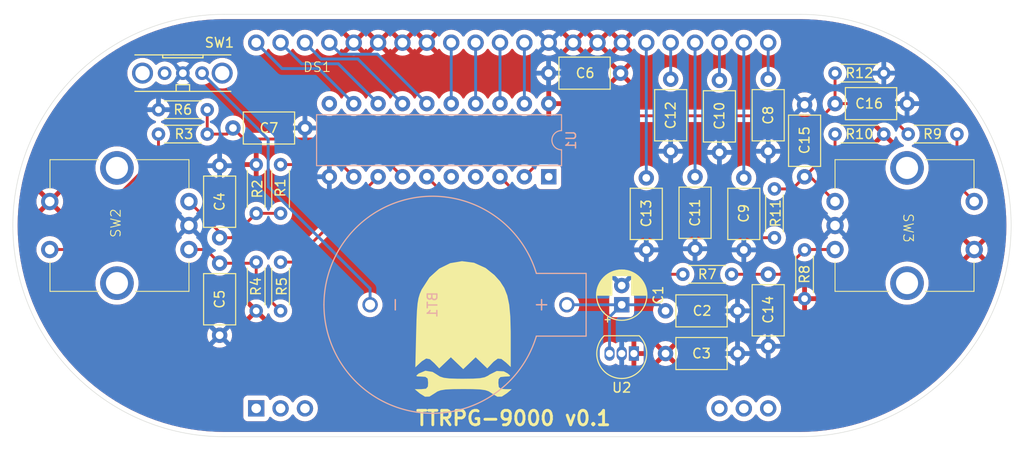
<source format=kicad_pcb>
(kicad_pcb (version 20240108) (generator "pcbnew") (generator_version "8.0")
  (layers (0 "F.Cu" signal) (31 "B.Cu" signal) (34 "B.Paste" user) (35 "F.Paste" user) (36 "B.SilkS" user "B.Silkscreen") (37 "F.SilkS" user "F.Silkscreen") (38 "B.Mask" user) (39 "F.Mask" user) (44 "Edge.Cuts" user))
  (net 0 "")
  (net 1 "GND")
  (net 2 "+6V")
  (net 3 "+3V3")
  (net 4 "Net-(C4-Pad1)")
  (net 5 "Net-(C5-Pad2)")
  (net 6 "Net-(U1-PD3)")
  (net 7 "Net-(DS1-VOUT)")
  (net 8 "Net-(DS1-V0)")
  (net 9 "Net-(DS1-V1)")
  (net 10 "Net-(DS1-V2)")
  (net 11 "Net-(DS1-V3)")
  (net 12 "Net-(DS1-V4)")
  (net 13 "Net-(C14-Pad1)")
  (net 14 "Net-(C15-Pad2)")
  (net 15 "Net-(U1-PD0)")
  (net 16 "Net-(U1-PD5)")
  (net 17 "Net-(R3-Pad1)")
  (net 18 "Net-(U1-PD4)")
  (net 19 "Net-(U1-PD2)")
  (net 20 "Net-(R9-Pad1)")
  (net 21 "Net-(U1-PD1)")
  (net 22 "Net-(BT1--)")
  (net 23 "Net-(DS1-~{RESET})")
  (net 24 "Net-(DS1-D6)")
  (net 25 "Net-(DS1-D5)")
  (net 26 "Net-(DS1-D4)")
  (net 28 "Net-(DS1-R{slash}~{W})")
  (net 29 "Net-(DS1-RS)")
  (net 32 "Net-(DS1-E)")
  (net 33 "Net-(DS1-D7)")
  (footprint "Capacitor_THT:C_Axial_L5.1mm_D3.1mm_P7.50mm_Horizontal" (layer "F.Cu") (at 158.75 87.63 -90)
    (property "Reference" "C11" (at 3.75 0 90) (layer "F.SilkS"))
    (property "Value" "1u")
    (pad "1" thru_hole circle (at 0 0 270) (size 1.6 1.6) (drill 0.8) (layers "*.Cu" "*.Mask") (net 10 "Net-(DS1-V2)"))
    (pad "2" thru_hole oval (at 7.5 0 270) (size 1.6 1.6) (drill 0.8) (layers "*.Cu" "*.Mask") (net 1 "GND"))
  )
  (footprint "Resistor_THT:R_Axial_DIN0204_L3.6mm_D1.6mm_P5.08mm_Horizontal" (layer "F.Cu") (at 102.85 83.185)
    (property "Reference" "R3" (at 2.656 0 0) (layer "F.SilkS"))
    (property "Value" "20k")
    (pad "1" thru_hole circle (at 0 0) (size 1.4 1.4) (drill 0.7) (layers "*.Cu" "*.Mask") (net 17 "Net-(R3-Pad1)"))
    (pad "2" thru_hole oval (at 5.08 0) (size 1.4 1.4) (drill 0.7) (layers "*.Cu" "*.Mask") (net 6 "Net-(U1-PD3)"))
  )
  (footprint "Resistor_THT:R_Axial_DIN0204_L3.6mm_D1.6mm_P5.08mm_Horizontal" (layer "F.Cu") (at 173.335 76.835)
    (property "Reference" "R12" (at 2.54 0 0) (layer "F.SilkS"))
    (property "Value" "1M")
    (pad "1" thru_hole circle (at 0 0) (size 1.4 1.4) (drill 0.7) (layers "*.Cu" "*.Mask") (net 15 "Net-(U1-PD0)"))
    (pad "2" thru_hole oval (at 5.08 0) (size 1.4 1.4) (drill 0.7) (layers "*.Cu" "*.Mask") (net 1 "GND"))
  )
  (footprint "Capacitor_THT:C_Axial_L5.1mm_D3.1mm_P7.50mm_Horizontal" (layer "F.Cu") (at 153.67 87.75 -90)
    (property "Reference" "C13" (at 3.69 0 90) (layer "F.SilkS"))
    (property "Value" "1u")
    (pad "1" thru_hole circle (at 0 0 270) (size 1.6 1.6) (drill 0.8) (layers "*.Cu" "*.Mask") (net 12 "Net-(DS1-V4)"))
    (pad "2" thru_hole oval (at 7.5 0 270) (size 1.6 1.6) (drill 0.8) (layers "*.Cu" "*.Mask") (net 1 "GND"))
  )
  (footprint "Capacitor_THT:C_Axial_L5.1mm_D3.1mm_P7.50mm_Horizontal" (layer "F.Cu") (at 109.22 93.98 90)
    (property "Reference" "C4" (at 3.75 0 -90) (layer "F.SilkS"))
    (property "Value" "0.01u")
    (pad "1" thru_hole circle (at 0 0 90) (size 1.6 1.6) (drill 0.8) (layers "*.Cu" "*.Mask") (net 4 "Net-(C4-Pad1)"))
    (pad "2" thru_hole oval (at 7.5 0 90) (size 1.6 1.6) (drill 0.8) (layers "*.Cu" "*.Mask") (net 1 "GND"))
  )
  (footprint "Capacitor_THT:C_Axial_L5.1mm_D3.1mm_P7.50mm_Horizontal" (layer "F.Cu") (at 170.16 80.13 -90)
    (property "Reference" "C15" (at 3.69 0 90) (layer "F.SilkS"))
    (property "Value" "0.01u")
    (pad "1" thru_hole circle (at 0 0 270) (size 1.6 1.6) (drill 0.8) (layers "*.Cu" "*.Mask") (net 1 "GND"))
    (pad "2" thru_hole oval (at 7.5 0 270) (size 1.6 1.6) (drill 0.8) (layers "*.Cu" "*.Mask") (net 14 "Net-(C15-Pad2)"))
  )
  (footprint "Project:PEC12R-4xxxF-Nxxxx" (layer "F.Cu") (at 106.025 92.71 90)
    (property "Reference" "SW2" (at 0.254 -7.62 90) (layer "F.SilkS") (effects (font (thickness 0.1))))
    (property "Value" "RotaryEncoder_Switch")
    (pad "" np_thru_hole circle (at -6 -7.5 90) (size 3.5 3.5) (drill 2.3) (layers "F&B.Cu" "*.Mask"))
    (pad "" np_thru_hole circle (at 6 -7.5 90) (size 3.5 3.5) (drill 2.3) (layers "F&B.Cu" "*.Mask"))
    (pad "A" thru_hole circle (at -2.5 0 90) (size 1.8 1.8) (drill 1) (layers "*.Cu" "*.Mask") (net 5 "Net-(C5-Pad2)"))
    (pad "B" thru_hole circle (at 2.5 0 90) (size 1.8 1.8) (drill 1) (layers "*.Cu" "*.Mask") (net 4 "Net-(C4-Pad1)"))
    (pad "C" thru_hole circle (at 0 0 90) (size 1.8 1.8) (drill 1) (layers "*.Cu" "*.Mask") (net 1 "GND"))
    (pad "S1" thru_hole circle (at -2.5 -14.5 90) (size 1.8 1.8) (drill 1) (layers "*.Cu" "*.Mask") (net 17 "Net-(R3-Pad1)"))
    (pad "S2" thru_hole circle (at 2.5 -14.5 90) (size 1.8 1.8) (drill 1) (layers "*.Cu" "*.Mask") (net 3 "+3V3"))
  )
  (footprint "Capacitor_THT:C_Axial_L5.1mm_D3.1mm_P7.50mm_Horizontal" (layer "F.Cu") (at 150.99 76.835 180)
    (property "Reference" "C6" (at 3.69 0 180) (layer "F.SilkS"))
    (property "Value" "1u")
    (pad "1" thru_hole circle (at 0 0 180) (size 1.6 1.6) (drill 0.8) (layers "*.Cu" "*.Mask") (net 3 "+3V3"))
    (pad "2" thru_hole oval (at 7.5 0 180) (size 1.6 1.6) (drill 0.8) (layers "*.Cu" "*.Mask") (net 1 "GND"))
  )
  (footprint "Resistor_THT:R_Axial_DIN0204_L3.6mm_D1.6mm_P5.08mm_Horizontal" (layer "F.Cu") (at 113.03 101.6 90)
    (property "Reference" "R4" (at 2.54 -0.02 -90) (layer "F.SilkS"))
    (property "Value" "10k")
    (pad "1" thru_hole circle (at 0 0 90) (size 1.4 1.4) (drill 0.7) (layers "*.Cu" "*.Mask") (net 3 "+3V3"))
    (pad "2" thru_hole oval (at 5.08 0 90) (size 1.4 1.4) (drill 0.7) (layers "*.Cu" "*.Mask") (net 5 "Net-(C5-Pad2)"))
  )
  (footprint "Resistor_THT:R_Axial_DIN0204_L3.6mm_D1.6mm_P5.08mm_Horizontal" (layer "F.Cu") (at 178.415 83.185 180)
    (property "Reference" "R10" (at 2.54 0 180) (layer "F.SilkS"))
    (property "Value" "10k")
    (pad "1" thru_hole circle (at 0 0 180) (size 1.4 1.4) (drill 0.7) (layers "*.Cu" "*.Mask") (net 3 "+3V3"))
    (pad "2" thru_hole oval (at 5.08 0 180) (size 1.4 1.4) (drill 0.7) (layers "*.Cu" "*.Mask") (net 14 "Net-(C15-Pad2)"))
  )
  (footprint "Resistor_THT:R_Axial_DIN0204_L3.6mm_D1.6mm_P5.08mm_Horizontal" (layer "F.Cu") (at 115.57 101.6 90)
    (property "Reference" "R5" (at 2.54 0.127 -90) (layer "F.SilkS"))
    (property "Value" "10k")
    (pad "1" thru_hole circle (at 0 0 90) (size 1.4 1.4) (drill 0.7) (layers "*.Cu" "*.Mask") (net 5 "Net-(C5-Pad2)"))
    (pad "2" thru_hole oval (at 5.08 0 90) (size 1.4 1.4) (drill 0.7) (layers "*.Cu" "*.Mask") (net 18 "Net-(U1-PD4)"))
  )
  (footprint "Capacitor_THT:C_Axial_L5.1mm_D3.1mm_P7.50mm_Horizontal" (layer "F.Cu") (at 166.37 97.79 -90)
    (property "Reference" "C14" (at 3.69 0 90) (layer "F.SilkS"))
    (property "Value" "0.01u")
    (pad "1" thru_hole circle (at 0 0 270) (size 1.6 1.6) (drill 0.8) (layers "*.Cu" "*.Mask") (net 13 "Net-(C14-Pad1)"))
    (pad "2" thru_hole oval (at 7.5 0 270) (size 1.6 1.6) (drill 0.8) (layers "*.Cu" "*.Mask") (net 1 "GND"))
  )
  (footprint "Project:OS102011MA1Q" (layer "F.Cu") (at 105.39 76.835 180)
    (property "Reference" "SW1" (at -3.81 3.175 180) (layer "F.SilkS"))
    (property "Value" "SW_SPDT")
    (pad "" np_thru_hole circle (at -4.1 0 180) (size 2.1844 2.1844) (drill 1.5) (layers "F&B.Cu" "*.Mask"))
    (pad "" np_thru_hole circle (at 4.2 0 180) (size 2.1844 2.1844) (drill 1.5) (layers "F&B.Cu" "*.Mask"))
    (pad "1" thru_hole circle (at -2 0 180) (size 1.4224 1.4224) (drill 0.8) (layers "*.Cu" "*.Mask") (net 22 "Net-(BT1--)"))
    (pad "2" thru_hole circle (at 0 0 180) (size 1.4224 1.4224) (drill 0.8) (layers "*.Cu" "*.Mask") (net 1 "GND"))
    (pad "3" thru_hole circle (at 1.9 0 180) (size 1.4224 1.4224) (drill 0.8) (layers "*.Cu" "*.Mask"))
  )
  (footprint "Capacitor_THT:C_Axial_L5.1mm_D3.1mm_P7.50mm_Horizontal" (layer "F.Cu") (at 156.21 77.47 -90)
    (property "Reference" "C12" (at 3.75 0 90) (layer "F.SilkS"))
    (property "Value" "1u")
    (pad "1" thru_hole circle (at 0 0 270) (size 1.6 1.6) (drill 0.8) (layers "*.Cu" "*.Mask") (net 11 "Net-(DS1-V3)"))
    (pad "2" thru_hole oval (at 7.5 0 270) (size 1.6 1.6) (drill 0.8) (layers "*.Cu" "*.Mask") (net 1 "GND"))
  )
  (footprint "Capacitor_THT:C_Axial_L5.1mm_D3.1mm_P7.50mm_Horizontal" (layer "F.Cu") (at 109.22 104.14 90)
    (property "Reference" "C5" (at 3.75 0 -90) (layer "F.SilkS"))
    (property "Value" "0.01u")
    (pad "1" thru_hole circle (at 0 0 90) (size 1.6 1.6) (drill 0.8) (layers "*.Cu" "*.Mask") (net 1 "GND"))
    (pad "2" thru_hole oval (at 7.5 0 90) (size 1.6 1.6) (drill 0.8) (layers "*.Cu" "*.Mask") (net 5 "Net-(C5-Pad2)"))
  )
  (footprint "Resistor_THT:R_Axial_DIN0204_L3.6mm_D1.6mm_P5.08mm_Horizontal" (layer "F.Cu") (at 113.03 91.44 90)
    (property "Reference" "R2" (at 2.54 0.127 -90) (layer "F.SilkS"))
    (property "Value" "10k")
    (pad "1" thru_hole circle (at 0 0 90) (size 1.4 1.4) (drill 0.7) (layers "*.Cu" "*.Mask") (net 4 "Net-(C4-Pad1)"))
    (pad "2" thru_hole oval (at 5.08 0 90) (size 1.4 1.4) (drill 0.7) (layers "*.Cu" "*.Mask") (net 3 "+3V3"))
  )
  (footprint "Capacitor_THT:C_Axial_L5.1mm_D3.1mm_P7.50mm_Horizontal" (layer "F.Cu") (at 161.29 77.59 -90)
    (property "Reference" "C10" (at 3.69 0 90) (layer "F.SilkS"))
    (property "Value" "1u")
    (pad "1" thru_hole circle (at 0 0 270) (size 1.6 1.6) (drill 0.8) (layers "*.Cu" "*.Mask") (net 9 "Net-(DS1-V1)"))
    (pad "2" thru_hole oval (at 7.5 0 270) (size 1.6 1.6) (drill 0.8) (layers "*.Cu" "*.Mask") (net 1 "GND"))
  )
  (footprint "Resistor_THT:R_Axial_DIN0204_L3.6mm_D1.6mm_P5.08mm_Horizontal" (layer "F.Cu") (at 167.022297 88.9 -90)
    (property "Reference" "R11" (at 2.54 -0.127 90) (layer "F.SilkS"))
    (property "Value" "10k")
    (pad "1" thru_hole circle (at 0 0 270) (size 1.4 1.4) (drill 0.7) (layers "*.Cu" "*.Mask") (net 14 "Net-(C15-Pad2)"))
    (pad "2" thru_hole oval (at 5.08 0 270) (size 1.4 1.4) (drill 0.7) (layers "*.Cu" "*.Mask") (net 21 "Net-(U1-PD1)"))
  )
  (footprint "Capacitor_THT:CP_Radial_D5.0mm_P2.00mm" (layer "F.Cu") (at 151.11 100.965 90)
    (property "Reference" "C1" (at 1 3.81 -90) (layer "F.SilkS"))
    (property "Value" "47u")
    (pad "1" thru_hole rect (at 0 0 90) (size 1.6 1.6) (drill 0.8) (layers "*.Cu" "*.Mask") (net 2 "+6V"))
    (pad "2" thru_hole circle (at 2 0 90) (size 1.6 1.6) (drill 0.8) (layers "*.Cu" "*.Mask") (net 1 "GND"))
  )
  (footprint "Capacitor_THT:C_Axial_L5.1mm_D3.1mm_P7.50mm_Horizontal" (layer "F.Cu") (at 110.61 82.55)
    (property "Reference" "C7" (at 3.75 0 0) (layer "F.SilkS"))
    (property "Value" "0.01u")
    (pad "1" thru_hole circle (at 0 0) (size 1.6 1.6) (drill 0.8) (layers "*.Cu" "*.Mask") (net 6 "Net-(U1-PD3)"))
    (pad "2" thru_hole oval (at 7.5 0) (size 1.6 1.6) (drill 0.8) (layers "*.Cu" "*.Mask") (net 1 "GND"))
  )
  (footprint "Capacitor_THT:C_Axial_L5.1mm_D3.1mm_P7.50mm_Horizontal" (layer "F.Cu") (at 166.37 77.47 -90)
    (property "Reference" "C8" (at 3.75 0 90) (layer "F.SilkS"))
    (property "Value" "1u")
    (pad "1" thru_hole circle (at 0 0 270) (size 1.6 1.6) (drill 0.8) (layers "*.Cu" "*.Mask") (net 7 "Net-(DS1-VOUT)"))
    (pad "2" thru_hole oval (at 7.5 0 270) (size 1.6 1.6) (drill 0.8) (layers "*.Cu" "*.Mask") (net 1 "GND"))
  )
  (footprint "Project:PEC12R-4xxxF-Nxxxx" (layer "F.Cu") (at 173.335 92.71 -90)
    (property "Reference" "SW3" (at 0.254 -7.62 -90) (layer "F.SilkS") (effects (font (thickness 0.1))))
    (property "Value" "RotaryEncoder_Switch")
    (pad "" np_thru_hole circle (at -6 -7.5 270) (size 3.5 3.5) (drill 2.3) (layers "F&B.Cu" "*.Mask"))
    (pad "" np_thru_hole circle (at 6 -7.5 270) (size 3.5 3.5) (drill 2.3) (layers "F&B.Cu" "*.Mask"))
    (pad "A" thru_hole circle (at -2.5 0 270) (size 1.8 1.8) (drill 1) (layers "*.Cu" "*.Mask") (net 14 "Net-(C15-Pad2)"))
    (pad "B" thru_hole circle (at 2.5 0 270) (size 1.8 1.8) (drill 1) (layers "*.Cu" "*.Mask") (net 13 "Net-(C14-Pad1)"))
    (pad "C" thru_hole circle (at 0 0 270) (size 1.8 1.8) (drill 1) (layers "*.Cu" "*.Mask") (net 1 "GND"))
    (pad "S1" thru_hole circle (at -2.5 -14.5 270) (size 1.8 1.8) (drill 1) (layers "*.Cu" "*.Mask") (net 20 "Net-(R9-Pad1)"))
    (pad "S2" thru_hole circle (at 2.5 -14.5 270) (size 1.8 1.8) (drill 1) (layers "*.Cu" "*.Mask") (net 3 "+3V3"))
  )
  (footprint "Resistor_THT:R_Axial_DIN0204_L3.6mm_D1.6mm_P5.08mm_Horizontal" (layer "F.Cu") (at 107.93 80.645 180)
    (property "Reference" "R6" (at 2.54 0 180) (layer "F.SilkS"))
    (property "Value" "1M")
    (pad "1" thru_hole circle (at 0 0 180) (size 1.4 1.4) (drill 0.7) (layers "*.Cu" "*.Mask") (net 6 "Net-(U1-PD3)"))
    (pad "2" thru_hole oval (at 5.08 0 180) (size 1.4 1.4) (drill 0.7) (layers "*.Cu" "*.Mask") (net 1 "GND"))
  )
  (footprint "Project:GhostWrenchLogo" (layer "F.Cu") (at 134.6 103.505)
    (property "Reference" "G***" (at 0 0 0) (layer "F.SilkS") (effects (font (size 1.5 1.5) (thickness 0.3))))
    (property "Value" "LOGO" (hide yes))
  )
  (footprint "Capacitor_THT:C_Axial_L5.1mm_D3.1mm_P7.50mm_Horizontal" (layer "F.Cu") (at 173.335 80.01)
    (property "Reference" "C16" (at 3.556 0 0) (layer "F.SilkS"))
    (property "Value" "0.01u")
    (pad "1" thru_hole circle (at 0 0) (size 1.6 1.6) (drill 0.8) (layers "*.Cu" "*.Mask") (net 15 "Net-(U1-PD0)"))
    (pad "2" thru_hole oval (at 7.5 0) (size 1.6 1.6) (drill 0.8) (layers "*.Cu" "*.Mask") (net 1 "GND"))
  )
  (footprint "Resistor_THT:R_Axial_DIN0204_L3.6mm_D1.6mm_P5.08mm_Horizontal" (layer "F.Cu") (at 170.16 95.25 -90)
    (property "Reference" "R8" (at 2.54 0 90) (layer "F.SilkS"))
    (property "Value" "10k")
    (pad "1" thru_hole circle (at 0 0 270) (size 1.4 1.4) (drill 0.7) (layers "*.Cu" "*.Mask") (net 13 "Net-(C14-Pad1)"))
    (pad "2" thru_hole oval (at 5.08 0 270) (size 1.4 1.4) (drill 0.7) (layers "*.Cu" "*.Mask") (net 3 "+3V3"))
  )
  (footprint "Resistor_THT:R_Axial_DIN0204_L3.6mm_D1.6mm_P5.08mm_Horizontal" (layer "F.Cu") (at 115.57 86.36 -90)
    (property "Reference" "R1" (at 2.424 0.02 90) (layer "F.SilkS"))
    (property "Value" "10k")
    (pad "1" thru_hole circle (at 0 0 270) (size 1.4 1.4) (drill 0.7) (layers "*.Cu" "*.Mask") (net 16 "Net-(U1-PD5)"))
    (pad "2" thru_hole oval (at 5.08 0 270) (size 1.4 1.4) (drill 0.7) (layers "*.Cu" "*.Mask") (net 4 "Net-(C4-Pad1)"))
  )
  (footprint "Package_TO_SOT_THT:TO-92_Inline" (layer "F.Cu") (at 152.38 106.045 180)
    (property "Reference" "U2" (at 1.27 -3.56 180) (layer "F.SilkS"))
    (property "Value" "LP2950-3.3_TO92")
    (pad "1" thru_hole rect (at 0 0 180) (size 1.05 1.5) (drill 0.75) (layers "*.Cu" "*.Mask") (net 3 "+3V3"))
    (pad "2" thru_hole oval (at 1.27 0 180) (size 1.05 1.5) (drill 0.75) (layers "*.Cu" "*.Mask") (net 1 "GND"))
    (pad "3" thru_hole oval (at 2.54 0 180) (size 1.05 1.5) (drill 0.75) (layers "*.Cu" "*.Mask") (net 2 "+6V"))
  )
  (footprint "Capacitor_THT:C_Axial_L5.1mm_D3.1mm_P7.50mm_Horizontal" (layer "F.Cu") (at 163.83 87.75 -90)
    (property "Reference" "C9" (at 3.69 0 90) (layer "F.SilkS"))
    (property "Value" "1u")
    (pad "1" thru_hole circle (at 0 0 270) (size 1.6 1.6) (drill 0.8) (layers "*.Cu" "*.Mask") (net 8 "Net-(DS1-V0)"))
    (pad "2" thru_hole oval (at 7.5 0 270) (size 1.6 1.6) (drill 0.8) (layers "*.Cu" "*.Mask") (net 1 "GND"))
  )
  (footprint "Capacitor_THT:C_Axial_L5.1mm_D3.1mm_P7.50mm_Horizontal" (layer "F.Cu") (at 155.675 101.6)
    (property "Reference" "C2" (at 3.81 0 0) (layer "F.SilkS"))
    (property "Value" "1u")
    (pad "1" thru_hole circle (at 0 0) (size 1.6 1.6) (drill 0.8) (layers "*.Cu" "*.Mask") (net 2 "+6V"))
    (pad "2" thru_hole oval (at 7.5 0) (size 1.6 1.6) (drill 0.8) (layers "*.Cu" "*.Mask") (net 1 "GND"))
  )
  (footprint "Resistor_THT:R_Axial_DIN0204_L3.6mm_D1.6mm_P5.08mm_Horizontal" (layer "F.Cu") (at 186.035 83.185 180)
    (property "Reference" "R9" (at 2.54 0 180) (layer "F.SilkS"))
    (property "Value" "20k")
    (pad "1" thru_hole circle (at 0 0 180) (size 1.4 1.4) (drill 0.7) (layers "*.Cu" "*.Mask") (net 20 "Net-(R9-Pad1)"))
    (pad "2" thru_hole oval (at 5.08 0 180) (size 1.4 1.4) (drill 0.7) (layers "*.Cu" "*.Mask") (net 15 "Net-(U1-PD0)"))
  )
  (footprint "Resistor_THT:R_Axial_DIN0204_L3.6mm_D1.6mm_P5.08mm_Horizontal" (layer "F.Cu") (at 157.48 97.79)
    (property "Reference" "R7" (at 2.54 0 0) (layer "F.SilkS"))
    (property "Value" "10k")
    (pad "1" thru_hole circle (at 0 0) (size 1.4 1.4) (drill 0.7) (layers "*.Cu" "*.Mask") (net 19 "Net-(U1-PD2)"))
    (pad "2" thru_hole oval (at 5.08 0) (size 1.4 1.4) (drill 0.7) (layers "*.Cu" "*.Mask") (net 13 "Net-(C14-Pad1)"))
  )
  (footprint "Project:DOGM204" (layer "F.Cu") (at 139.68 92.71)
    (property "Reference" "DS1" (at -20.3 -16.51 0) (layer "F.SilkS") (effects (font (thickness 0.1))))
    (property "Value" "EA_DOGM204")
    (pad "1" thru_hole rect (at -26.65 19.05) (size 1.7 1.7) (drill 1) (layers "*.Cu" "*.Mask"))
    (pad "2" thru_hole circle (at -24.11 19.05) (size 1.7 1.7) (drill 1) (layers "*.Cu" "*.Mask"))
    (pad "3" thru_hole circle (at -21.57 19.05) (size 1.7 1.7) (drill 1) (layers "*.Cu" "*.Mask"))
    (pad "20" thru_hole circle (at 21.61 19.05) (size 1.7 1.7) (drill 1) (layers "*.Cu" "*.Mask"))
    (pad "21" thru_hole circle (at 24.15 19.05) (size 1.7 1.7) (drill 1) (layers "*.Cu" "*.Mask"))
    (pad "22" thru_hole circle (at 26.69 19.05) (size 1.7 1.7) (drill 1) (layers "*.Cu" "*.Mask"))
    (pad "23" thru_hole circle (at 26.69 -19.05) (size 1.7 1.7) (drill 1) (layers "*.Cu" "*.Mask") (net 7 "Net-(DS1-VOUT)"))
    (pad "24" thru_hole circle (at 24.15 -19.05) (size 1.7 1.7) (drill 1) (layers "*.Cu" "*.Mask") (net 8 "Net-(DS1-V0)"))
    (pad "25" thru_hole circle (at 21.61 -19.05) (size 1.7 1.7) (drill 1) (layers "*.Cu" "*.Mask") (net 9 "Net-(DS1-V1)"))
    (pad "26" thru_hole circle (at 19.07 -19.05) (size 1.7 1.7) (drill 1) (layers "*.Cu" "*.Mask") (net 10 "Net-(DS1-V2)"))
    (pad "27" thru_hole circle (at 16.53 -19.05) (size 1.7 1.7) (drill 1) (layers "*.Cu" "*.Mask") (net 11 "Net-(DS1-V3)"))
    (pad "28" thru_hole circle (at 13.99 -19.05) (size 1.7 1.7) (drill 1) (layers "*.Cu" "*.Mask") (net 12 "Net-(DS1-V4)"))
    (pad "29" thru_hole circle (at 11.45 -19.05) (size 1.7 1.7) (drill 1) (layers "*.Cu" "*.Mask") (net 3 "+3V3"))
    (pad "30" thru_hole circle (at 8.91 -19.05) (size 1.7 1.7) (drill 1) (layers "*.Cu" "*.Mask") (net 3 "+3V3"))
    (pad "31" thru_hole circle (at 6.37 -19.05) (size 1.7 1.7) (drill 1) (layers "*.Cu" "*.Mask") (net 3 "+3V3"))
    (pad "32" thru_hole circle (at 3.83 -19.05) (size 1.7 1.7) (drill 1) (layers "*.Cu" "*.Mask") (net 1 "GND"))
    (pad "33" thru_hole circle (at 1.29 -19.05) (size 1.7 1.7) (drill 1) (layers "*.Cu" "*.Mask") (net 33 "Net-(DS1-D7)"))
    (pad "34" thru_hole circle (at -1.25 -19.05) (size 1.7 1.7) (drill 1) (layers "*.Cu" "*.Mask") (net 24 "Net-(DS1-D6)"))
    (pad "35" thru_hole circle (at -3.79 -19.05) (size 1.7 1.7) (drill 1) (layers "*.Cu" "*.Mask") (net 25 "Net-(DS1-D5)"))
    (pad "36" thru_hole circle (at -6.33 -19.05) (size 1.7 1.7) (drill 1) (layers "*.Cu" "*.Mask") (net 26 "Net-(DS1-D4)"))
    (pad "37" thru_hole circle (at -8.87 -19.05) (size 1.7 1.7) (drill 1) (layers "*.Cu" "*.Mask") (net 3 "+3V3"))
    (pad "38" thru_hole circle (at -11.41 -19.05) (size 1.7 1.7) (drill 1) (layers "*.Cu" "*.Mask") (net 3 "+3V3"))
    (pad "39" thru_hole circle (at -13.95 -19.05) (size 1.7 1.7) (drill 1) (layers "*.Cu" "*.Mask") (net 3 "+3V3"))
    (pad "40" thru_hole circle (at -16.49 -19.05) (size 1.7 1.7) (drill 1) (layers "*.Cu" "*.Mask") (net 3 "+3V3"))
    (pad "41" thru_hole circle (at -19.03 -19.05) (size 1.7 1.7) (drill 1) (layers "*.Cu" "*.Mask") (net 32 "Net-(DS1-E)"))
    (pad "42" thru_hole circle (at -21.57 -19.05) (size 1.7 1.7) (drill 1) (layers "*.Cu" "*.Mask") (net 28 "Net-(DS1-R{slash}~{W})"))
    (pad "43" thru_hole circle (at -24.11 -19.05) (size 1.7 1.7) (drill 1) (layers "*.Cu" "*.Mask") (net 29 "Net-(DS1-RS)"))
    (pad "44" thru_hole circle (at -26.65 -19.05) (size 1.7 1.7) (drill 1) (layers "*.Cu" "*.Mask") (net 23 "Net-(DS1-~{RESET})"))
  )
  (footprint "Capacitor_THT:C_Axial_L5.1mm_D3.1mm_P7.50mm_Horizontal" (layer "F.Cu") (at 155.675 106.045)
    (property "Reference" "C3" (at 3.75 0 0) (layer "F.SilkS"))
    (property "Value" "2.2u")
    (pad "1" thru_hole circle (at 0 0) (size 1.6 1.6) (drill 0.8) (layers "*.Cu" "*.Mask") (net 3 "+3V3"))
    (pad "2" thru_hole oval (at 7.5 0) (size 1.6 1.6) (drill 0.8) (layers "*.Cu" "*.Mask") (net 1 "GND"))
  )
  (footprint "Package_DIP:DIP-20_W7.62mm" (layer "B.Cu") (at 143.51 87.63 90)
    (property "Reference" "U1" (at 3.81 2.33 -90) (layer "B.SilkS") (effects (justify mirror)))
    (property "Value" "ATtiny2313A-P")
    (pad "1" thru_hole rect (at 0 0 90) (size 1.6 1.6) (drill 0.8) (layers "*.Cu" "*.Mask"))
    (pad "2" thru_hole oval (at 0 -2.54 90) (size 1.6 1.6) (drill 0.8) (layers "*.Cu" "*.Mask") (net 15 "Net-(U1-PD0)"))
    (pad "3" thru_hole oval (at 0 -5.08 90) (size 1.6 1.6) (drill 0.8) (layers "*.Cu" "*.Mask") (net 21 "Net-(U1-PD1)"))
    (pad "4" thru_hole oval (at 0 -7.62 90) (size 1.6 1.6) (drill 0.8) (layers "*.Cu" "*.Mask"))
    (pad "5" thru_hole oval (at 0 -10.16 90) (size 1.6 1.6) (drill 0.8) (layers "*.Cu" "*.Mask"))
    (pad "6" thru_hole oval (at 0 -12.7 90) (size 1.6 1.6) (drill 0.8) (layers "*.Cu" "*.Mask") (net 19 "Net-(U1-PD2)"))
    (pad "7" thru_hole oval (at 0 -15.24 90) (size 1.6 1.6) (drill 0.8) (layers "*.Cu" "*.Mask") (net 6 "Net-(U1-PD3)"))
    (pad "8" thru_hole oval (at 0 -17.78 90) (size 1.6 1.6) (drill 0.8) (layers "*.Cu" "*.Mask") (net 18 "Net-(U1-PD4)"))
    (pad "9" thru_hole oval (at 0 -20.32 90) (size 1.6 1.6) (drill 0.8) (layers "*.Cu" "*.Mask") (net 16 "Net-(U1-PD5)"))
    (pad "10" thru_hole oval (at 0 -22.86 90) (size 1.6 1.6) (drill 0.8) (layers "*.Cu" "*.Mask") (net 1 "GND"))
    (pad "11" thru_hole oval (at 7.62 -22.86 90) (size 1.6 1.6) (drill 0.8) (layers "*.Cu" "*.Mask"))
    (pad "12" thru_hole oval (at 7.62 -20.32 90) (size 1.6 1.6) (drill 0.8) (layers "*.Cu" "*.Mask") (net 23 "Net-(DS1-~{RESET})"))
    (pad "13" thru_hole oval (at 7.62 -17.78 90) (size 1.6 1.6) (drill 0.8) (layers "*.Cu" "*.Mask") (net 29 "Net-(DS1-RS)"))
    (pad "14" thru_hole oval (at 7.62 -15.24 90) (size 1.6 1.6) (drill 0.8) (layers "*.Cu" "*.Mask") (net 28 "Net-(DS1-R{slash}~{W})"))
    (pad "15" thru_hole oval (at 7.62 -12.7 90) (size 1.6 1.6) (drill 0.8) (layers "*.Cu" "*.Mask") (net 32 "Net-(DS1-E)"))
    (pad "16" thru_hole oval (at 7.62 -10.16 90) (size 1.6 1.6) (drill 0.8) (layers "*.Cu" "*.Mask") (net 26 "Net-(DS1-D4)"))
    (pad "17" thru_hole oval (at 7.62 -7.62 90) (size 1.6 1.6) (drill 0.8) (layers "*.Cu" "*.Mask") (net 25 "Net-(DS1-D5)"))
    (pad "18" thru_hole oval (at 7.62 -5.08 90) (size 1.6 1.6) (drill 0.8) (layers "*.Cu" "*.Mask") (net 24 "Net-(DS1-D6)"))
    (pad "19" thru_hole oval (at 7.62 -2.54 90) (size 1.6 1.6) (drill 0.8) (layers "*.Cu" "*.Mask") (net 33 "Net-(DS1-D7)"))
    (pad "20" thru_hole oval (at 7.62 0 90) (size 1.6 1.6) (drill 0.8) (layers "*.Cu" "*.Mask") (net 3 "+3V3"))
  )
  (footprint "Project:BAT_BH800S" (layer "B.Cu") (at 131.395 100.965 -90)
    (property "Reference" "BT1" (at -0.000142 -0.000834 90) (layer "B.SilkS") (effects (justify mirror)))
    (property "Value" "2x3V")
    (fp_text user "-" (at 0 3.98 90) (layer "B.SilkS") (effects (font (size 1.4 1.4)) (justify mirror)))
    (fp_text user "+" (at 0 -11.26 90) (layer "B.SilkS") (effects (font (size 1.4 1.4)) (justify mirror)))
    (pad "1" thru_hole circle (at 0 -14 270) (size 1.6002 1.6002) (drill 1.0668) (layers "*.Cu" "*.Mask") (net 2 "+6V"))
    (pad "2" thru_hole circle (at 0 6.5 270) (size 1.6002 1.6002) (drill 1.0668) (layers "*.Cu" "*.Mask") (net 22 "Net-(BT1--)"))
  )
  (gr_arc (start 109.68 114.71) (mid 87.68 92.71) (end 109.68 70.71) (stroke (width 0.05)) (layer "Edge.Cuts"))
  (gr_arc (start 169.68 70.71) (mid 191.68 92.71) (end 169.68 114.71) (stroke (width 0.05)) (layer "Edge.Cuts"))
  (gr_line (start 169.68 114.71) (end 109.68 114.71) (stroke (width 0.05)) (layer "Edge.Cuts"))
  (gr_line (start 109.68 70.71) (end 169.68 70.71) (stroke (width 0.05)) (layer "Edge.Cuts"))
  (gr_text "TTRPG-9000 v0.1" (at 129.52 113.665 0) (layer "F.SilkS") (effects (font (size 1.5 1.5) (thickness 0.3) (bold yes)) (justify left bottom)))
  (segment (start 151.11 100.965) (end 155.04 100.965) (width 0.3) (layer "B.Cu") (net 2))
  (segment (start 149.84 102.235) (end 151.11 100.965) (width 0.3) (layer "B.Cu") (net 2))
  (segment (start 145.395 100.965) (end 151.11 100.965) (width 0.3) (layer "B.Cu") (net 2))
  (segment (start 155.04 100.965) (end 155.675 101.6) (width 0.3) (layer "B.Cu") (net 2))
  (segment (start 149.84 106.045) (end 149.84 102.235) (width 0.3) (layer "B.Cu") (net 2))
  (segment (start 109.22 93.98) (end 110.49 93.98) (width 0.3) (layer "F.Cu") (net 4))
  (segment (start 109.22 93.405) (end 109.22 93.98) (width 0.3) (layer "F.Cu") (net 4))
  (segment (start 106.025 90.21) (end 109.22 93.405) (width 0.3) (layer "F.Cu") (net 4))
  (segment (start 113.03 91.44) (end 115.57 91.44) (width 0.3) (layer "F.Cu") (net 4))
  (segment (start 110.49 93.98) (end 113.03 91.44) (width 0.3) (layer "F.Cu") (net 4))
  (segment (start 113.03 96.52) (end 113.03 99.06) (width 0.3) (layer "F.Cu") (net 5))
  (segment (start 113.03 99.06) (end 115.57 101.6) (width 0.3) (layer "F.Cu") (net 5))
  (segment (start 109.22 96.64) (end 112.91 96.64) (width 0.3) (layer "F.Cu") (net 5))
  (segment (start 106.025 95.21) (end 107.79 95.21) (width 0.3) (layer "F.Cu") (net 5))
  (segment (start 112.91 96.64) (end 113.03 96.52) (width 0.3) (layer "F.Cu") (net 5))
  (segment (start 107.79 95.21) (end 109.22 96.64) (width 0.3) (layer "F.Cu") (net 5))
  (segment (start 110.61 82.55) (end 111.76 83.7) (width 0.3) (layer "F.Cu") (net 6))
  (segment (start 107.93 83.185) (end 109.975 83.185) (width 0.3) (layer "F.Cu") (net 6))
  (segment (start 109.975 83.185) (end 110.61 82.55) (width 0.3) (layer "F.Cu") (net 6))
  (segment (start 124.34 83.7) (end 128.27 87.63) (width 0.3) (layer "F.Cu") (net 6))
  (segment (start 107.93 83.185) (end 107.93 80.645) (width 0.3) (layer "F.Cu") (net 6))
  (segment (start 111.76 83.7) (end 124.34 83.7) (width 0.3) (layer "F.Cu") (net 6))
  (segment (start 166.37 77.47) (end 166.37 73.66) (width 0.3) (layer "B.Cu") (net 7))
  (segment (start 163.83 87.75) (end 163.83 73.66) (width 0.3) (layer "B.Cu") (net 8))
  (segment (start 161.29 77.59) (end 161.29 73.66) (width 0.3) (layer "B.Cu") (net 9))
  (segment (start 158.75 87.63) (end 158.75 73.66) (width 0.3) (layer "B.Cu") (net 10))
  (segment (start 156.21 77.47) (end 156.21 73.66) (width 0.3) (layer "B.Cu") (net 11))
  (segment (start 153.67 87.75) (end 153.67 73.66) (width 0.3) (layer "B.Cu") (net 12))
  (segment (start 170.2 95.21) (end 170.16 95.25) (width 0.3) (layer "F.Cu") (net 13))
  (segment (start 173.335 95.21) (end 170.2 95.21) (width 0.3) (layer "F.Cu") (net 13))
  (segment (start 170.16 95.25) (end 167.62 97.79) (width 0.3) (layer "F.Cu") (net 13))
  (segment (start 167.62 97.79) (end 166.37 97.79) (width 0.3) (layer "F.Cu") (net 13))
  (segment (start 166.37 97.79) (end 162.56 97.79) (width 0.3) (layer "F.Cu") (net 13))
  (segment (start 173.335 90.21) (end 170.755 87.63) (width 0.3) (layer "F.Cu") (net 14))
  (segment (start 168.89 88.9) (end 170.16 87.63) (width 0.3) (layer "F.Cu") (net 14))
  (segment (start 173.335 83.185) (end 173.335 84.455) (width 0.3) (layer "F.Cu") (net 14))
  (segment (start 170.755 87.63) (end 170.16 87.63) (width 0.3) (layer "F.Cu") (net 14))
  (segment (start 173.335 84.455) (end 170.16 87.63) (width 0.3) (layer "F.Cu") (net 14))
  (segment (start 167.022297 88.9) (end 168.89 88.9) (width 0.3) (layer "F.Cu") (net 14))
  (segment (start 177.78 80.01) (end 173.335 80.01) (width 0.3) (layer "F.Cu") (net 15))
  (segment (start 147.32 81.28) (end 140.97 87.63) (width 0.3) (layer "F.Cu") (net 15))
  (segment (start 172.065 81.28) (end 147.32 81.28) (width 0.3) (layer "F.Cu") (net 15))
  (segment (start 173.335 76.835) (end 173.335 80.01) (width 0.3) (layer "F.Cu") (net 15))
  (segment (start 180.955 83.185) (end 177.78 80.01) (width 0.3) (layer "F.Cu") (net 15))
  (segment (start 173.335 80.01) (end 172.065 81.28) (width 0.3) (layer "F.Cu") (net 15))
  (segment (start 121.92 86.36) (end 123.19 87.63) (width 0.3) (layer "F.Cu") (net 16))
  (segment (start 115.57 86.36) (end 121.92 86.36) (width 0.3) (layer "F.Cu") (net 16))
  (segment (start 91.525 95.21) (end 92.994849 95.21) (width 0.3) (layer "F.Cu") (net 17))
  (segment (start 92.994849 95.21) (end 102.85 85.354849) (width 0.3) (layer "F.Cu") (net 17))
  (segment (start 102.85 85.354849) (end 102.85 83.185) (width 0.3) (layer "F.Cu") (net 17))
  (segment (start 116.84 96.52) (end 125.73 87.63) (width 0.3) (layer "F.Cu") (net 18))
  (segment (start 115.57 96.52) (end 116.84 96.52) (width 0.3) (layer "F.Cu") (net 18))
  (segment (start 157.48 97.79) (end 140.97 97.79) (width 0.3) (layer "F.Cu") (net 19))
  (segment (start 140.97 97.79) (end 130.81 87.63) (width 0.3) (layer "F.Cu") (net 19))
  (segment (start 186.035 83.185) (end 186.035 88.41) (width 0.3) (layer "F.Cu") (net 20))
  (segment (start 186.035 88.41) (end 187.835 90.21) (width 0.3) (layer "F.Cu") (net 20))
  (segment (start 167.022297 93.98) (end 144.78 93.98) (width 0.3) (layer "F.Cu") (net 21))
  (segment (start 144.78 93.98) (end 138.43 87.63) (width 0.3) (layer "F.Cu") (net 21))
  (segment (start 114.28 88.665075) (end 124.895 99.280075) (width 0.3) (layer "B.Cu") (net 22))
  (segment (start 107.39 76.835) (end 114.28 83.725) (width 0.3) (layer "B.Cu") (net 22))
  (segment (start 124.895 99.280075) (end 124.895 100.965) (width 0.3) (layer "B.Cu") (net 22))
  (segment (start 114.28 83.725) (end 114.28 88.665075) (width 0.3) (layer "B.Cu") (net 22))
  (segment (start 119.54 76.36) (end 115.73 76.36) (width 0.3) (layer "B.Cu") (net 23))
  (segment (start 123.19 80.01) (end 119.54 76.36) (width 0.3) (layer "B.Cu") (net 23))
  (segment (start 115.73 76.36) (end 113.03 73.66) (width 0.3) (layer "B.Cu") (net 23))
  (segment (start 138.43 80.01) (end 138.43 73.66) (width 0.3) (layer "B.Cu") (net 24))
  (segment (start 135.89 80.01) (end 135.89 73.66) (width 0.3) (layer "B.Cu") (net 25))
  (segment (start 133.35 80.01) (end 133.35 73.66) (width 0.3) (layer "B.Cu") (net 26))
  (segment (start 128.27 80.01) (end 123.62 75.36) (width 0.3) (layer "B.Cu") (net 28))
  (segment (start 123.62 75.36) (end 119.81 75.36) (width 0.3) (layer "B.Cu") (net 28))
  (segment (start 119.81 75.36) (end 118.11 73.66) (width 0.3) (layer "B.Cu") (net 28))
  (segment (start 121.58 75.86) (end 117.77 75.86) (width 0.3) (layer "B.Cu") (net 29))
  (segment (start 117.77 75.86) (end 115.57 73.66) (width 0.3) (layer "B.Cu") (net 29))
  (segment (start 125.73 80.01) (end 121.58 75.86) (width 0.3) (layer "B.Cu") (net 29))
  (segment (start 121.85 74.86) (end 120.65 73.66) (width 0.3) (layer "B.Cu") (net 32))
  (segment (start 125.66 74.86) (end 121.85 74.86) (width 0.3) (layer "B.Cu") (net 32))
  (segment (start 130.81 80.01) (end 125.66 74.86) (width 0.3) (layer "B.Cu") (net 32))
  (segment (start 140.97 80.01) (end 140.97 73.66) (width 0.3) (layer "B.Cu") (net 33))
  (zone (net 3) (net_name "+3V3") (layer "F.Cu") (connect_pads (clearance 0.5)) (min_thickness 0.25) (fill yes (thermal_gap 0.5) (thermal_bridge_width 0.5))
    (polygon (pts (xy 86.995 69.85) (xy 192.405 69.85) (xy 192.405 115.57) (xy 86.995 115.57)))
  )
  (zone (net 1) (net_name "GND") (layer "B.Cu") (priority 1) (connect_pads (clearance 0.5)) (min_thickness 0.25) (fill yes (thermal_gap 0.5) (thermal_bridge_width 0.5))
    (polygon (pts (xy 86.34 69.215) (xy 193.02 69.215) (xy 193.02 116.205) (xy 86.34 116.205)))
  )
)
</source>
